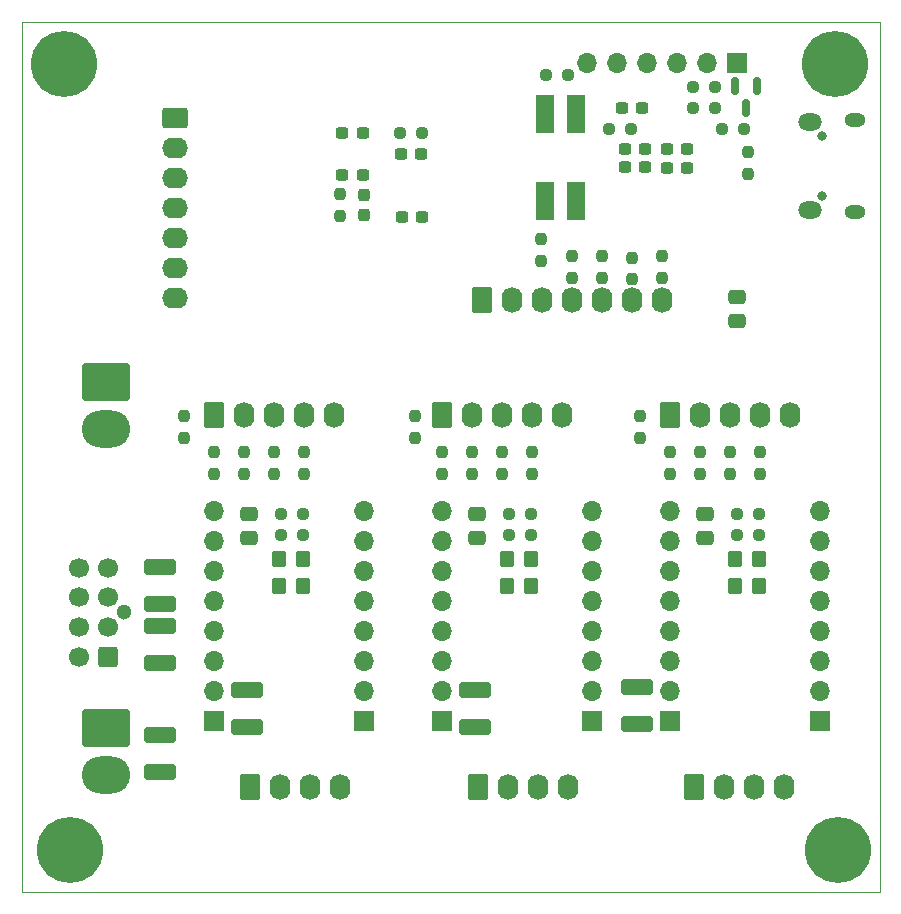
<source format=gbr>
%TF.GenerationSoftware,KiCad,Pcbnew,9.0.0*%
%TF.CreationDate,2025-03-09T13:47:22+01:00*%
%TF.ProjectId,Carte_moteur,43617274-655f-46d6-9f74-6575722e6b69,rev?*%
%TF.SameCoordinates,Original*%
%TF.FileFunction,Soldermask,Bot*%
%TF.FilePolarity,Negative*%
%FSLAX46Y46*%
G04 Gerber Fmt 4.6, Leading zero omitted, Abs format (unit mm)*
G04 Created by KiCad (PCBNEW 9.0.0) date 2025-03-09 13:47:22*
%MOMM*%
%LPD*%
G01*
G04 APERTURE LIST*
G04 Aperture macros list*
%AMRoundRect*
0 Rectangle with rounded corners*
0 $1 Rounding radius*
0 $2 $3 $4 $5 $6 $7 $8 $9 X,Y pos of 4 corners*
0 Add a 4 corners polygon primitive as box body*
4,1,4,$2,$3,$4,$5,$6,$7,$8,$9,$2,$3,0*
0 Add four circle primitives for the rounded corners*
1,1,$1+$1,$2,$3*
1,1,$1+$1,$4,$5*
1,1,$1+$1,$6,$7*
1,1,$1+$1,$8,$9*
0 Add four rect primitives between the rounded corners*
20,1,$1+$1,$2,$3,$4,$5,0*
20,1,$1+$1,$4,$5,$6,$7,0*
20,1,$1+$1,$6,$7,$8,$9,0*
20,1,$1+$1,$8,$9,$2,$3,0*%
G04 Aperture macros list end*
%ADD10C,1.300000*%
%ADD11RoundRect,0.250000X0.600000X0.600000X-0.600000X0.600000X-0.600000X-0.600000X0.600000X-0.600000X0*%
%ADD12C,1.700000*%
%ADD13RoundRect,0.250000X-0.845000X0.620000X-0.845000X-0.620000X0.845000X-0.620000X0.845000X0.620000X0*%
%ADD14O,2.190000X1.740000*%
%ADD15R,1.700000X1.700000*%
%ADD16O,1.700000X1.700000*%
%ADD17RoundRect,0.250000X-0.620000X-0.845000X0.620000X-0.845000X0.620000X0.845000X-0.620000X0.845000X0*%
%ADD18O,1.740000X2.190000*%
%ADD19C,5.600000*%
%ADD20RoundRect,0.250000X-1.800000X1.330000X-1.800000X-1.330000X1.800000X-1.330000X1.800000X1.330000X0*%
%ADD21O,4.100000X3.160000*%
%ADD22O,0.800000X0.800000*%
%ADD23O,1.800000X1.150000*%
%ADD24O,2.000000X1.450000*%
%ADD25RoundRect,0.250000X1.100000X-0.412500X1.100000X0.412500X-1.100000X0.412500X-1.100000X-0.412500X0*%
%ADD26RoundRect,0.237500X-0.237500X0.250000X-0.237500X-0.250000X0.237500X-0.250000X0.237500X0.250000X0*%
%ADD27RoundRect,0.237500X0.250000X0.237500X-0.250000X0.237500X-0.250000X-0.237500X0.250000X-0.237500X0*%
%ADD28RoundRect,0.250000X-0.350000X-0.450000X0.350000X-0.450000X0.350000X0.450000X-0.350000X0.450000X0*%
%ADD29RoundRect,0.250000X-1.100000X0.412500X-1.100000X-0.412500X1.100000X-0.412500X1.100000X0.412500X0*%
%ADD30RoundRect,0.237500X0.300000X0.237500X-0.300000X0.237500X-0.300000X-0.237500X0.300000X-0.237500X0*%
%ADD31RoundRect,0.250000X-0.475000X0.337500X-0.475000X-0.337500X0.475000X-0.337500X0.475000X0.337500X0*%
%ADD32RoundRect,0.237500X0.237500X-0.250000X0.237500X0.250000X-0.237500X0.250000X-0.237500X-0.250000X0*%
%ADD33RoundRect,0.237500X-0.300000X-0.237500X0.300000X-0.237500X0.300000X0.237500X-0.300000X0.237500X0*%
%ADD34RoundRect,0.250000X0.475000X-0.337500X0.475000X0.337500X-0.475000X0.337500X-0.475000X-0.337500X0*%
%ADD35RoundRect,0.150000X-0.150000X0.587500X-0.150000X-0.587500X0.150000X-0.587500X0.150000X0.587500X0*%
%ADD36RoundRect,0.237500X-0.250000X-0.237500X0.250000X-0.237500X0.250000X0.237500X-0.250000X0.237500X0*%
%ADD37R,1.540000X3.300000*%
%ADD38RoundRect,0.237500X0.237500X-0.300000X0.237500X0.300000X-0.237500X0.300000X-0.237500X-0.300000X0*%
%TA.AperFunction,Profile*%
%ADD39C,0.050000*%
%TD*%
G04 APERTURE END LIST*
D10*
%TO.C,J101*%
X84612000Y-143450000D03*
D11*
X83272000Y-147200000D03*
D12*
X83272000Y-144700000D03*
X83272000Y-142200000D03*
X83272000Y-139700000D03*
X80772000Y-147200000D03*
X80772000Y-144700000D03*
X80772000Y-142200000D03*
X80772000Y-139700000D03*
%TD*%
D13*
%TO.C,J106*%
X88900000Y-101600000D03*
D14*
X88900000Y-104140000D03*
X88900000Y-106680000D03*
X88900000Y-109220000D03*
X88900000Y-111760000D03*
X88900000Y-114300000D03*
X88900000Y-116840000D03*
%TD*%
D15*
%TO.C,U201*%
X104902000Y-152639000D03*
D16*
X104902000Y-150099000D03*
X104902000Y-147559000D03*
X104902000Y-145019000D03*
X104902000Y-142479000D03*
X104902000Y-139939000D03*
X104902000Y-137399000D03*
X104902000Y-134859000D03*
X92202000Y-134859000D03*
X92202000Y-137399000D03*
X92202000Y-139939000D03*
X92202000Y-142479000D03*
X92202000Y-145019000D03*
X92202000Y-147559000D03*
X92202000Y-150099000D03*
D15*
X92202000Y-152639000D03*
%TD*%
D17*
%TO.C,J104*%
X114935000Y-117024000D03*
D18*
X117475000Y-117024000D03*
X120015000Y-117024000D03*
X122555000Y-117024000D03*
X125095000Y-117024000D03*
X127635000Y-117024000D03*
X130175000Y-117024000D03*
%TD*%
D15*
%TO.C,U301*%
X124210184Y-152640513D03*
D16*
X124210184Y-150100513D03*
X124210184Y-147560513D03*
X124210184Y-145020513D03*
X124210184Y-142480513D03*
X124210184Y-139940513D03*
X124210184Y-137400513D03*
X124210184Y-134860513D03*
X111510184Y-134860513D03*
X111510184Y-137400513D03*
X111510184Y-139940513D03*
X111510184Y-142480513D03*
X111510184Y-145020513D03*
X111510184Y-147560513D03*
X111510184Y-150100513D03*
D15*
X111510184Y-152640513D03*
%TD*%
D19*
%TO.C,H101*%
X79502000Y-97028000D03*
%TD*%
D20*
%TO.C,J105*%
X83058000Y-123952000D03*
D21*
X83058000Y-127912000D03*
%TD*%
D17*
%TO.C,J201*%
X92202000Y-126746000D03*
D18*
X94742000Y-126746000D03*
X97282000Y-126746000D03*
X99822000Y-126746000D03*
X102362000Y-126746000D03*
%TD*%
D17*
%TO.C,J402*%
X132842000Y-158238909D03*
D18*
X135382000Y-158238909D03*
X137922000Y-158238909D03*
X140462000Y-158238909D03*
%TD*%
D19*
%TO.C,H102*%
X144780000Y-97028000D03*
%TD*%
D17*
%TO.C,J401*%
X130810000Y-126742909D03*
D18*
X133350000Y-126742909D03*
X135890000Y-126742909D03*
X138430000Y-126742909D03*
X140970000Y-126742909D03*
%TD*%
D17*
%TO.C,J301*%
X111510184Y-126747513D03*
D18*
X114050184Y-126747513D03*
X116590184Y-126747513D03*
X119130184Y-126747513D03*
X121670184Y-126747513D03*
%TD*%
D20*
%TO.C,J103*%
X83058000Y-153266000D03*
D21*
X83058000Y-157226000D03*
%TD*%
D15*
%TO.C,U401*%
X143510000Y-152635909D03*
D16*
X143510000Y-150095909D03*
X143510000Y-147555909D03*
X143510000Y-145015909D03*
X143510000Y-142475909D03*
X143510000Y-139935909D03*
X143510000Y-137395909D03*
X143510000Y-134855909D03*
X130810000Y-134855909D03*
X130810000Y-137395909D03*
X130810000Y-139935909D03*
X130810000Y-142475909D03*
X130810000Y-145015909D03*
X130810000Y-147555909D03*
X130810000Y-150095909D03*
D15*
X130810000Y-152635909D03*
%TD*%
D22*
%TO.C,J602*%
X143733000Y-108169000D03*
X143733000Y-103169000D03*
D23*
X146483000Y-109544000D03*
D24*
X142683000Y-109394000D03*
X142683000Y-101944000D03*
D23*
X146483000Y-101794000D03*
%TD*%
D19*
%TO.C,H103*%
X80010000Y-163576000D03*
%TD*%
D15*
%TO.C,J601*%
X136525000Y-96958000D03*
D16*
X133985000Y-96958000D03*
X131445000Y-96958000D03*
X128905000Y-96958000D03*
X126365000Y-96958000D03*
X123825000Y-96958000D03*
%TD*%
D19*
%TO.C,H104*%
X145034000Y-163576000D03*
%TD*%
D17*
%TO.C,J302*%
X114558184Y-158243513D03*
D18*
X117098184Y-158243513D03*
X119638184Y-158243513D03*
X122178184Y-158243513D03*
%TD*%
D17*
%TO.C,J202*%
X95250000Y-158242000D03*
D18*
X97790000Y-158242000D03*
X100330000Y-158242000D03*
X102870000Y-158242000D03*
%TD*%
D25*
%TO.C,C102*%
X87630000Y-147776000D03*
X87630000Y-144651000D03*
%TD*%
D26*
%TO.C,R302*%
X109220000Y-126849500D03*
X109220000Y-128674500D03*
%TD*%
%TO.C,R202*%
X89662000Y-126849500D03*
X89662000Y-128674500D03*
%TD*%
D27*
%TO.C,R603*%
X137080000Y-102546000D03*
X135255000Y-102546000D03*
%TD*%
D25*
%TO.C,C201*%
X94996000Y-153200500D03*
X94996000Y-150075500D03*
%TD*%
D27*
%TO.C,R307*%
X119026684Y-136907513D03*
X117201684Y-136907513D03*
%TD*%
D28*
%TO.C,R303*%
X117025184Y-141225513D03*
X119025184Y-141225513D03*
%TD*%
D26*
%TO.C,R528*%
X138444500Y-129894409D03*
X138444500Y-131719409D03*
%TD*%
D29*
%TO.C,C101*%
X87630000Y-139661500D03*
X87630000Y-142786500D03*
%TD*%
D26*
%TO.C,R211*%
X97296500Y-129897500D03*
X97296500Y-131722500D03*
%TD*%
D27*
%TO.C,R204*%
X99718500Y-135128000D03*
X97893500Y-135128000D03*
%TD*%
D30*
%TO.C,C605*%
X128497500Y-100768000D03*
X126772500Y-100768000D03*
%TD*%
D31*
%TO.C,C602*%
X136525000Y-116748500D03*
X136525000Y-118823500D03*
%TD*%
D32*
%TO.C,R101*%
X119940000Y-113688500D03*
X119940000Y-111863500D03*
%TD*%
%TO.C,R104*%
X130175000Y-115142500D03*
X130175000Y-113317500D03*
%TD*%
%TO.C,R103*%
X122555000Y-115142500D03*
X122555000Y-113317500D03*
%TD*%
D28*
%TO.C,R203*%
X97717000Y-141224000D03*
X99717000Y-141224000D03*
%TD*%
D32*
%TO.C,R102*%
X125095000Y-115142500D03*
X125095000Y-113317500D03*
%TD*%
D27*
%TO.C,R207*%
X99718500Y-136906000D03*
X97893500Y-136906000D03*
%TD*%
D26*
%TO.C,R524*%
X116604684Y-129899013D03*
X116604684Y-131724013D03*
%TD*%
D33*
%TO.C,C607*%
X127026500Y-105721000D03*
X128751500Y-105721000D03*
%TD*%
D34*
%TO.C,C302*%
X114469184Y-137183013D03*
X114469184Y-135108013D03*
%TD*%
D26*
%TO.C,R527*%
X135904500Y-129894409D03*
X135904500Y-131719409D03*
%TD*%
D32*
%TO.C,R105*%
X127635000Y-115246000D03*
X127635000Y-113421000D03*
%TD*%
D30*
%TO.C,C503*%
X109770500Y-104648000D03*
X108045500Y-104648000D03*
%TD*%
%TO.C,C508*%
X104800500Y-106426000D03*
X103075500Y-106426000D03*
%TD*%
D27*
%TO.C,R612*%
X122197500Y-97974000D03*
X120372500Y-97974000D03*
%TD*%
D30*
%TO.C,C505*%
X109822500Y-109982000D03*
X108097500Y-109982000D03*
%TD*%
D25*
%TO.C,C301*%
X114304184Y-153202013D03*
X114304184Y-150077013D03*
%TD*%
D34*
%TO.C,C402*%
X133769000Y-137178409D03*
X133769000Y-135103409D03*
%TD*%
D28*
%TO.C,R306*%
X117025184Y-138939513D03*
X119025184Y-138939513D03*
%TD*%
D27*
%TO.C,R304*%
X119026684Y-135129513D03*
X117201684Y-135129513D03*
%TD*%
D25*
%TO.C,C104*%
X87630000Y-156972000D03*
X87630000Y-153847000D03*
%TD*%
D35*
%TO.C,Q601*%
X136337000Y-98893000D03*
X138237000Y-98893000D03*
X137287000Y-100768000D03*
%TD*%
D36*
%TO.C,R606*%
X132818500Y-98990000D03*
X134643500Y-98990000D03*
%TD*%
D37*
%TO.C,Y601*%
X120219000Y-108642000D03*
X120219000Y-101242000D03*
X122859000Y-101242000D03*
X122859000Y-108642000D03*
%TD*%
D26*
%TO.C,R526*%
X133364500Y-129894409D03*
X133364500Y-131719409D03*
%TD*%
D27*
%TO.C,R605*%
X134643500Y-100768000D03*
X132818500Y-100768000D03*
%TD*%
D26*
%TO.C,R511*%
X102922000Y-108053500D03*
X102922000Y-109878500D03*
%TD*%
%TO.C,R210*%
X94756500Y-129897500D03*
X94756500Y-131722500D03*
%TD*%
D27*
%TO.C,R609*%
X127531500Y-102546000D03*
X125706500Y-102546000D03*
%TD*%
D26*
%TO.C,R212*%
X99836500Y-129897500D03*
X99836500Y-131722500D03*
%TD*%
%TO.C,R301*%
X111524684Y-129899013D03*
X111524684Y-131724013D03*
%TD*%
D28*
%TO.C,R406*%
X136325000Y-138934909D03*
X138325000Y-138934909D03*
%TD*%
D34*
%TO.C,C202*%
X95161000Y-137181500D03*
X95161000Y-135106500D03*
%TD*%
D33*
%TO.C,C603*%
X127026500Y-104197000D03*
X128751500Y-104197000D03*
%TD*%
D26*
%TO.C,R523*%
X114064684Y-129899013D03*
X114064684Y-131724013D03*
%TD*%
D30*
%TO.C,C604*%
X132307500Y-104197000D03*
X130582500Y-104197000D03*
%TD*%
D36*
%TO.C,R510*%
X107995500Y-102870000D03*
X109820500Y-102870000D03*
%TD*%
D30*
%TO.C,C606*%
X132307500Y-105848000D03*
X130582500Y-105848000D03*
%TD*%
D33*
%TO.C,C506*%
X103075500Y-102870000D03*
X104800500Y-102870000D03*
%TD*%
D26*
%TO.C,R402*%
X128270000Y-126849500D03*
X128270000Y-128674500D03*
%TD*%
D27*
%TO.C,R407*%
X138326500Y-136902909D03*
X136501500Y-136902909D03*
%TD*%
D25*
%TO.C,C401*%
X128016000Y-152946500D03*
X128016000Y-149821500D03*
%TD*%
D27*
%TO.C,R404*%
X138326500Y-135124909D03*
X136501500Y-135124909D03*
%TD*%
D26*
%TO.C,R401*%
X130824500Y-129894409D03*
X130824500Y-131719409D03*
%TD*%
D28*
%TO.C,R206*%
X97717000Y-138938000D03*
X99717000Y-138938000D03*
%TD*%
D38*
%TO.C,C504*%
X104954000Y-109828500D03*
X104954000Y-108103500D03*
%TD*%
D26*
%TO.C,R201*%
X92216500Y-129897500D03*
X92216500Y-131722500D03*
%TD*%
D32*
%TO.C,R604*%
X137414000Y-106322500D03*
X137414000Y-104497500D03*
%TD*%
D26*
%TO.C,R525*%
X119144684Y-129899013D03*
X119144684Y-131724013D03*
%TD*%
D28*
%TO.C,R403*%
X136325000Y-141220909D03*
X138325000Y-141220909D03*
%TD*%
D39*
X75946000Y-93472000D02*
X148590000Y-93472000D01*
X148590000Y-167132000D01*
X75946000Y-167132000D01*
X75946000Y-93472000D01*
M02*

</source>
